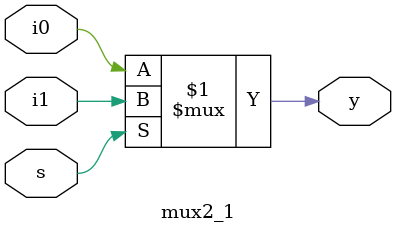
<source format=v>
`timescale 1ns / 1ps
module mux2_1(input i0,i1,s,
               output y);
assign y = (s)?i1:i0;
endmodule


</source>
